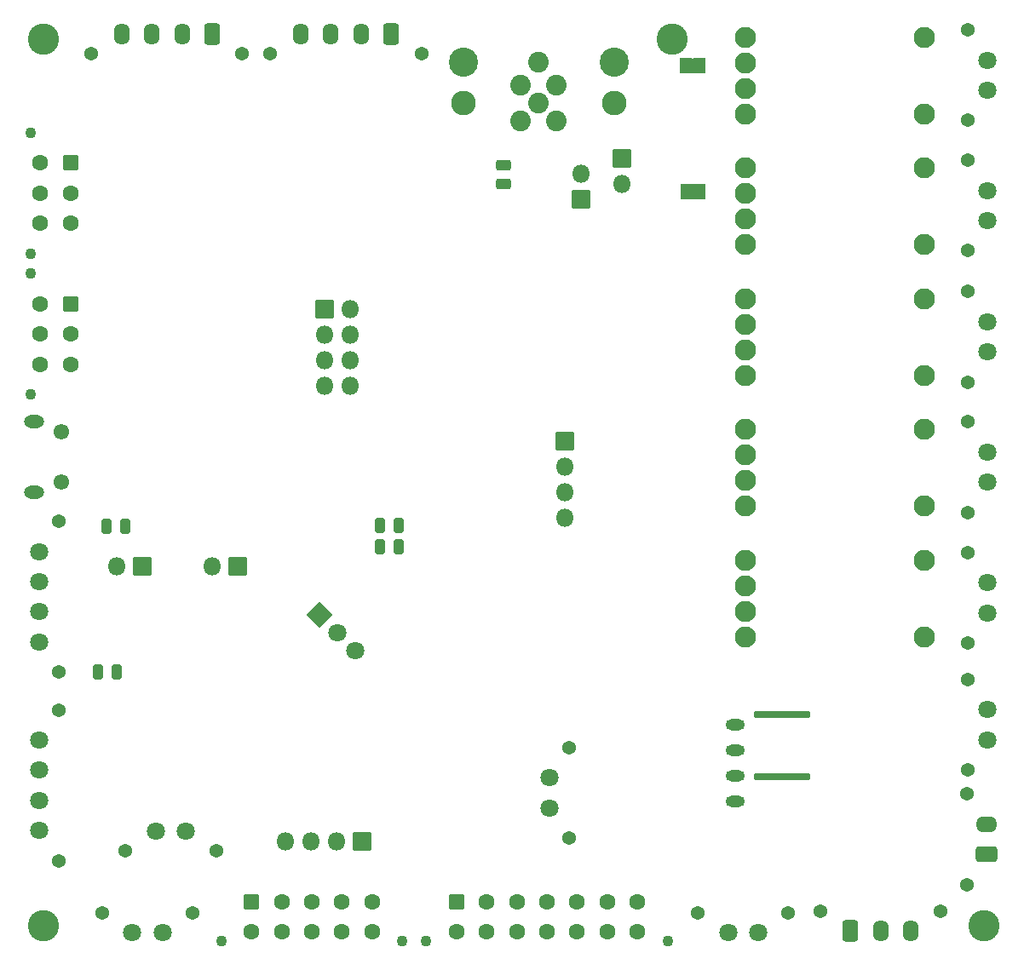
<source format=gbr>
G04 #@! TF.GenerationSoftware,KiCad,Pcbnew,(6.0.4)*
G04 #@! TF.CreationDate,2022-04-02T14:45:45-05:00*
G04 #@! TF.ProjectId,Dashboard,44617368-626f-4617-9264-2e6b69636164,rev?*
G04 #@! TF.SameCoordinates,Original*
G04 #@! TF.FileFunction,Soldermask,Bot*
G04 #@! TF.FilePolarity,Negative*
%FSLAX46Y46*%
G04 Gerber Fmt 4.6, Leading zero omitted, Abs format (unit mm)*
G04 Created by KiCad (PCBNEW (6.0.4)) date 2022-04-02 14:45:45*
%MOMM*%
%LPD*%
G01*
G04 APERTURE LIST*
G04 Aperture macros list*
%AMRoundRect*
0 Rectangle with rounded corners*
0 $1 Rounding radius*
0 $2 $3 $4 $5 $6 $7 $8 $9 X,Y pos of 4 corners*
0 Add a 4 corners polygon primitive as box body*
4,1,4,$2,$3,$4,$5,$6,$7,$8,$9,$2,$3,0*
0 Add four circle primitives for the rounded corners*
1,1,$1+$1,$2,$3*
1,1,$1+$1,$4,$5*
1,1,$1+$1,$6,$7*
1,1,$1+$1,$8,$9*
0 Add four rect primitives between the rounded corners*
20,1,$1+$1,$2,$3,$4,$5,0*
20,1,$1+$1,$4,$5,$6,$7,0*
20,1,$1+$1,$6,$7,$8,$9,0*
20,1,$1+$1,$8,$9,$2,$3,0*%
%AMHorizOval*
0 Thick line with rounded ends*
0 $1 width*
0 $2 $3 position (X,Y) of the first rounded end (center of the circle)*
0 $4 $5 position (X,Y) of the second rounded end (center of the circle)*
0 Add line between two ends*
20,1,$1,$2,$3,$4,$5,0*
0 Add two circle primitives to create the rounded ends*
1,1,$1,$2,$3*
1,1,$1,$4,$5*%
G04 Aperture macros list end*
%ADD10C,1.372000*%
%ADD11C,1.802000*%
%ADD12C,3.102000*%
%ADD13C,1.102000*%
%ADD14RoundRect,0.301001X-0.499999X-0.499999X0.499999X-0.499999X0.499999X0.499999X-0.499999X0.499999X0*%
%ADD15C,1.602000*%
%ADD16RoundRect,0.051000X-0.850000X0.850000X-0.850000X-0.850000X0.850000X-0.850000X0.850000X0.850000X0*%
%ADD17O,1.802000X1.802000*%
%ADD18RoundRect,0.051000X-0.850000X-0.850000X0.850000X-0.850000X0.850000X0.850000X-0.850000X0.850000X0*%
%ADD19C,1.552000*%
%ADD20O,2.002000X1.302000*%
%ADD21RoundRect,0.051000X0.000000X-1.202082X1.202082X0.000000X0.000000X1.202082X-1.202082X0.000000X0*%
%ADD22HorizOval,1.802000X0.000000X0.000000X0.000000X0.000000X0*%
%ADD23C,2.102000*%
%ADD24RoundRect,0.301001X-0.499999X-0.759999X0.499999X-0.759999X0.499999X0.759999X-0.499999X0.759999X0*%
%ADD25O,1.602000X2.122000*%
%ADD26O,1.902000X1.102000*%
%ADD27RoundRect,0.301001X0.499999X0.759999X-0.499999X0.759999X-0.499999X-0.759999X0.499999X-0.759999X0*%
%ADD28RoundRect,0.301001X-0.499999X0.499999X-0.499999X-0.499999X0.499999X-0.499999X0.499999X0.499999X0*%
%ADD29RoundRect,0.301001X0.759999X-0.499999X0.759999X0.499999X-0.759999X0.499999X-0.759999X-0.499999X0*%
%ADD30O,2.122000X1.602000*%
%ADD31RoundRect,0.051000X0.850000X0.850000X-0.850000X0.850000X-0.850000X-0.850000X0.850000X-0.850000X0*%
%ADD32C,2.902000*%
%ADD33C,2.452000*%
%ADD34C,2.052000*%
%ADD35RoundRect,0.294750X-0.243750X-0.456250X0.243750X-0.456250X0.243750X0.456250X-0.243750X0.456250X0*%
%ADD36RoundRect,0.051000X2.705100X-0.279400X2.705100X0.279400X-2.705100X0.279400X-2.705100X-0.279400X0*%
%ADD37RoundRect,0.294750X0.243750X0.456250X-0.243750X0.456250X-0.243750X-0.456250X0.243750X-0.456250X0*%
%ADD38RoundRect,0.294750X-0.456250X0.243750X-0.456250X-0.243750X0.456250X-0.243750X0.456250X0.243750X0*%
%ADD39RoundRect,0.051000X0.500000X0.750000X-0.500000X0.750000X-0.500000X-0.750000X0.500000X-0.750000X0*%
G04 APERTURE END LIST*
D10*
X114650000Y-126760000D03*
X105650000Y-126760000D03*
D11*
X111650000Y-124800000D03*
X108650000Y-124800000D03*
D12*
X97500000Y-46050000D03*
D10*
X189365000Y-67100000D03*
X189365000Y-58100000D03*
D11*
X191325000Y-64100000D03*
X191325000Y-61100000D03*
D10*
X189365000Y-80150000D03*
X189365000Y-71150000D03*
D11*
X191325000Y-77150000D03*
X191325000Y-74150000D03*
D10*
X189365000Y-97100000D03*
X189365000Y-106100000D03*
D11*
X191325000Y-103100000D03*
X191325000Y-100100000D03*
D13*
X133170000Y-135760000D03*
X115170000Y-135760000D03*
D14*
X118170000Y-131820000D03*
D15*
X121170000Y-131820000D03*
X124170000Y-131820000D03*
X127170000Y-131820000D03*
X130170000Y-131820000D03*
X118170000Y-134820000D03*
X121170000Y-134820000D03*
X124170000Y-134820000D03*
X127170000Y-134820000D03*
X130170000Y-134820000D03*
D16*
X129140000Y-125800000D03*
D17*
X126600000Y-125800000D03*
X124060000Y-125800000D03*
X121520000Y-125800000D03*
D10*
X149710000Y-116500000D03*
X149710000Y-125500000D03*
D11*
X147750000Y-119500000D03*
X147750000Y-122500000D03*
D18*
X149300000Y-85990000D03*
D17*
X149300000Y-88530000D03*
X149300000Y-91070000D03*
X149300000Y-93610000D03*
D10*
X189360000Y-109730000D03*
X189360000Y-118730000D03*
D11*
X191320000Y-115730000D03*
X191320000Y-112730000D03*
D19*
X99302500Y-90120000D03*
D20*
X96602500Y-84120000D03*
X96602500Y-91120000D03*
D19*
X99302500Y-85120000D03*
D18*
X125450000Y-72900000D03*
D17*
X127990000Y-72900000D03*
X125450000Y-75440000D03*
X127990000Y-75440000D03*
X125450000Y-77980000D03*
X127990000Y-77980000D03*
X125450000Y-80520000D03*
X127990000Y-80520000D03*
D21*
X124907898Y-103307898D03*
D22*
X126703949Y-105103949D03*
X128500000Y-106900000D03*
D10*
X189365000Y-84100000D03*
X189365000Y-93100000D03*
D11*
X191325000Y-90100000D03*
X191325000Y-87100000D03*
D23*
X167225000Y-45930000D03*
X167225000Y-48470000D03*
X167225000Y-51010000D03*
X167225000Y-53550000D03*
X185005000Y-53550000D03*
X185005000Y-45930000D03*
X167225000Y-58880000D03*
X167225000Y-61420000D03*
X167225000Y-63960000D03*
X167225000Y-66500000D03*
X185005000Y-66500000D03*
X185005000Y-58880000D03*
X167225000Y-71930000D03*
X167225000Y-74470000D03*
X167225000Y-77010000D03*
X167225000Y-79550000D03*
X185005000Y-79550000D03*
X185005000Y-71930000D03*
X167225000Y-84880000D03*
X167225000Y-87420000D03*
X167225000Y-89960000D03*
X167225000Y-92500000D03*
X185005000Y-92500000D03*
X185005000Y-84880000D03*
D10*
X174690000Y-132790000D03*
X186690000Y-132790000D03*
D24*
X177690000Y-134750000D03*
D25*
X180690000Y-134750000D03*
X183690000Y-134750000D03*
D13*
X159540000Y-135760000D03*
X135540000Y-135760000D03*
D14*
X138540000Y-131820000D03*
D15*
X141540000Y-131820000D03*
X144540000Y-131820000D03*
X147540000Y-131820000D03*
X150540000Y-131820000D03*
X153540000Y-131820000D03*
X156540000Y-131820000D03*
X138540000Y-134820000D03*
X141540000Y-134820000D03*
X144540000Y-134820000D03*
X147540000Y-134820000D03*
X150540000Y-134820000D03*
X153540000Y-134820000D03*
X156540000Y-134820000D03*
D26*
X166225000Y-114190000D03*
X166225000Y-116730000D03*
X166225000Y-119270000D03*
X166225000Y-121810000D03*
D23*
X167225000Y-97880000D03*
X167225000Y-100420000D03*
X167225000Y-102960000D03*
X167225000Y-105500000D03*
X185005000Y-105500000D03*
X185005000Y-97880000D03*
D10*
X189365000Y-45150000D03*
X189365000Y-54150000D03*
D11*
X191325000Y-51150000D03*
X191325000Y-48150000D03*
D10*
X102260000Y-47540000D03*
X117260000Y-47540000D03*
D27*
X114260000Y-45580000D03*
D25*
X111260000Y-45580000D03*
X108260000Y-45580000D03*
X105260000Y-45580000D03*
D10*
X135060000Y-47540000D03*
X120060000Y-47540000D03*
D27*
X132060000Y-45580000D03*
D25*
X129060000Y-45580000D03*
X126060000Y-45580000D03*
X123060000Y-45580000D03*
D13*
X96250000Y-67370000D03*
X96250000Y-55370000D03*
D28*
X100190000Y-58370000D03*
D15*
X100190000Y-61370000D03*
X100190000Y-64370000D03*
X97190000Y-58370000D03*
X97190000Y-61370000D03*
X97190000Y-64370000D03*
D13*
X96250000Y-81370000D03*
X96250000Y-69370000D03*
D28*
X100190000Y-72370000D03*
D15*
X100190000Y-75370000D03*
X100190000Y-78370000D03*
X97190000Y-72370000D03*
X97190000Y-75370000D03*
X97190000Y-78370000D03*
D10*
X103320000Y-132940000D03*
X112320000Y-132940000D03*
D11*
X106320000Y-134900000D03*
X109320000Y-134900000D03*
D10*
X189260000Y-130100000D03*
X189260000Y-121100000D03*
D29*
X191220000Y-127100000D03*
D30*
X191220000Y-124100000D03*
D10*
X171530000Y-132950000D03*
X162530000Y-132950000D03*
D11*
X165530000Y-134910000D03*
X168530000Y-134910000D03*
D10*
X99000000Y-127745000D03*
X99000000Y-112745000D03*
D11*
X97040000Y-115745000D03*
X97040000Y-118745000D03*
X97040000Y-121745000D03*
X97040000Y-124745000D03*
D10*
X99050000Y-108995000D03*
X99050000Y-93995000D03*
D11*
X97090000Y-96995000D03*
X97090000Y-99995000D03*
X97090000Y-102995000D03*
X97090000Y-105995000D03*
D16*
X107340000Y-98470000D03*
D17*
X104800000Y-98470000D03*
D16*
X116840000Y-98470000D03*
D17*
X114300000Y-98470000D03*
D18*
X155000000Y-57925000D03*
D17*
X155000000Y-60465000D03*
D31*
X150950000Y-61975000D03*
D17*
X150950000Y-59435000D03*
D12*
X160000000Y-46050000D03*
D32*
X154200000Y-48390000D03*
D33*
X154200000Y-52390000D03*
X139200000Y-52390000D03*
D32*
X139200000Y-48390000D03*
D34*
X148470000Y-54160000D03*
X144930000Y-54160000D03*
X144930000Y-50620000D03*
X148470000Y-50620000D03*
X146700000Y-52390000D03*
X146700000Y-48390000D03*
D12*
X97510000Y-134180000D03*
X190950000Y-134200000D03*
D35*
X130962500Y-94450000D03*
X132837500Y-94450000D03*
D36*
X170900000Y-119424200D03*
X170900000Y-113175800D03*
D37*
X105627500Y-94495000D03*
X103752500Y-94495000D03*
D35*
X102902500Y-108970000D03*
X104777500Y-108970000D03*
X130962500Y-96550000D03*
X132837500Y-96550000D03*
D38*
X143250000Y-58612500D03*
X143250000Y-60487500D03*
D39*
X162699999Y-61200000D03*
X161399999Y-61200000D03*
X162650000Y-48700000D03*
X161350000Y-48700000D03*
G36*
X161949266Y-60433301D02*
G01*
X162000945Y-60476489D01*
X162069660Y-60485120D01*
X162132290Y-60455156D01*
X162150347Y-60434318D01*
X162152237Y-60433664D01*
X162153748Y-60434974D01*
X162153820Y-60436018D01*
X162150999Y-60450199D01*
X162150999Y-61949801D01*
X162153977Y-61964774D01*
X162153334Y-61966668D01*
X162151372Y-61967058D01*
X162150732Y-61966699D01*
X162099053Y-61923511D01*
X162030338Y-61914880D01*
X161967708Y-61944844D01*
X161949651Y-61965682D01*
X161947761Y-61966336D01*
X161946250Y-61965026D01*
X161946178Y-61963982D01*
X161948999Y-61949801D01*
X161948999Y-60450199D01*
X161946021Y-60435226D01*
X161946664Y-60433332D01*
X161948626Y-60432942D01*
X161949266Y-60433301D01*
G37*
G36*
X161899267Y-47933301D02*
G01*
X161950946Y-47976489D01*
X162019661Y-47985120D01*
X162082291Y-47955156D01*
X162100348Y-47934318D01*
X162102238Y-47933664D01*
X162103749Y-47934974D01*
X162103821Y-47936018D01*
X162101000Y-47950199D01*
X162101000Y-49449801D01*
X162103978Y-49464774D01*
X162103335Y-49466668D01*
X162101373Y-49467058D01*
X162100733Y-49466699D01*
X162049054Y-49423511D01*
X161980339Y-49414880D01*
X161917709Y-49444844D01*
X161899652Y-49465682D01*
X161897762Y-49466336D01*
X161896251Y-49465026D01*
X161896179Y-49463982D01*
X161899000Y-49449801D01*
X161899000Y-47950199D01*
X161896022Y-47935226D01*
X161896665Y-47933332D01*
X161898627Y-47932942D01*
X161899267Y-47933301D01*
G37*
M02*

</source>
